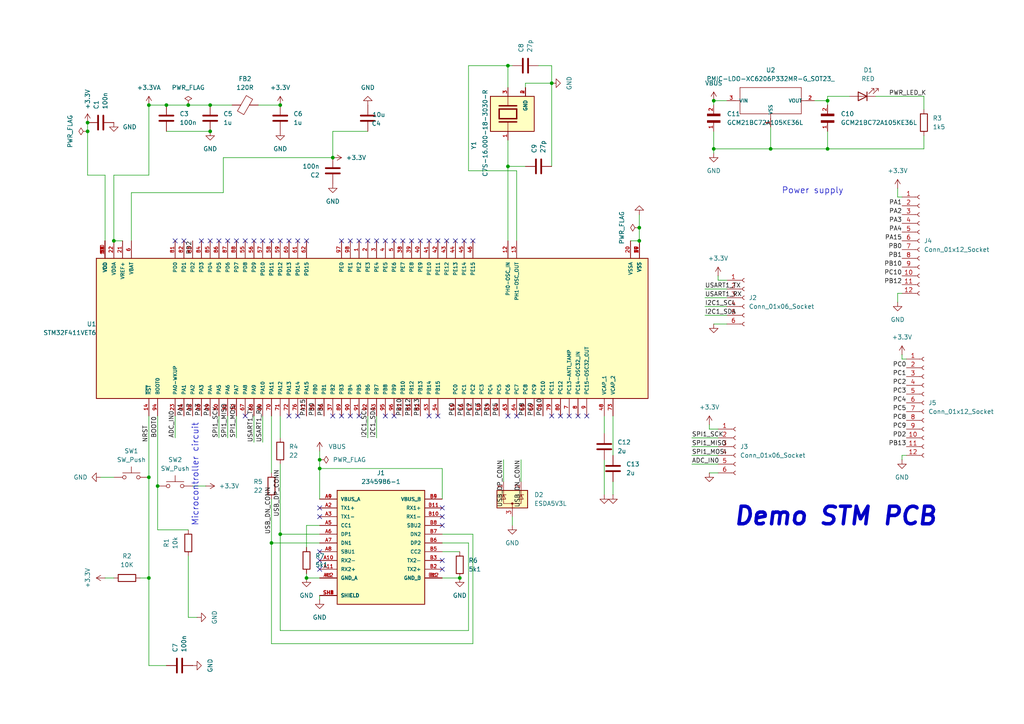
<source format=kicad_sch>
(kicad_sch (version 20250114) (generator "eeschema") (generator_version "9.0")
  (paper "A4")
  (title_block (title "Demo STM PCB") (date "2025-07-26") (rev "0.1"))
  (lib_symbols
    (symbol "2345986-1:2345986-1" (pin_names (offset 1.016))
      (property "Reference" "J" (at -12.7 16.002 0))
      (property "Value" "2345986-1" (at -12.7 -18.542 0))
      (symbol "2345986-1_0_0"
        (pin power_in line (at -17.78 12.7 0) (length 5.08) (name "VBUS_A") (number "A4"))
        (pin power_in line (at -17.78 12.7 0) (length 5.08) (name "VBUS_A") (number "A9"))
        (pin bidirectional line (at -17.78 10.16 0) (length 5.08) (name "TX1+") (number "A2"))
        (pin bidirectional line (at -17.78 7.62 0) (length 5.08) (name "TX1-") (number "A3"))
        (pin bidirectional line (at -17.78 5.08 0) (length 5.08) (name "CC1") (number "A5"))
        (pin bidirectional line (at -17.78 2.54 0) (length 5.08) (name "DP1") (number "A6"))
        (pin bidirectional line (at -17.78 0 0) (length 5.08) (name "DN1") (number "A7"))
        (pin bidirectional line (at -17.78 -2.54 0) (length 5.08) (name "SBU1") (number "A8"))
        (pin bidirectional line (at -17.78 -5.08 0) (length 5.08) (name "RX2-") (number "A10"))
        (pin bidirectional line (at -17.78 -7.62 0) (length 5.08) (name "RX2+") (number "A11"))
        (pin power_in line (at -17.78 -10.16 0) (length 5.08) (name "GND_A") (number "A1"))
        (pin power_in line (at -17.78 -10.16 0) (length 5.08) (name "GND_A") (number "A12"))
        (pin passive line (at -17.78 -15.24 0) (length 5.08) (name "SHIELD") (number "SH1"))
        (pin passive line (at -17.78 -15.24 0) (length 5.08) (name "SHIELD") (number "SH2"))
        (pin passive line (at -17.78 -15.24 0) (length 5.08) (name "SHIELD") (number "SH3"))
        (pin passive line (at -17.78 -15.24 0) (length 5.08) (name "SHIELD") (number "SH4"))
        (pin power_in line (at 17.78 12.7 180) (length 5.08) (name "VBUS_B") (number "B4"))
        (pin power_in line (at 17.78 12.7 180) (length 5.08) (name "VBUS_B") (number "B9"))
        (pin bidirectional line (at 17.78 10.16 180) (length 5.08) (name "RX1+") (number "B11"))
        (pin bidirectional line (at 17.78 7.62 180) (length 5.08) (name "RX1-") (number "B10"))
        (pin bidirectional line (at 17.78 5.08 180) (length 5.08) (name "SBU2") (number "B8"))
        (pin bidirectional line (at 17.78 2.54 180) (length 5.08) (name "DN2") (number "B7"))
        (pin bidirectional line (at 17.78 0 180) (length 5.08) (name "DP2") (number "B6"))
        (pin bidirectional line (at 17.78 -2.54 180) (length 5.08) (name "CC2") (number "B5"))
        (pin bidirectional line (at 17.78 -5.08 180) (length 5.08) (name "TX2-") (number "B3"))
        (pin bidirectional line (at 17.78 -7.62 180) (length 5.08) (name "TX2+") (number "B2"))
        (pin power_in line (at 17.78 -10.16 180) (length 5.08) (name "GND_B") (number "B1"))
        (pin power_in line (at 17.78 -10.16 180) (length 5.08) (name "GND_B") (number "B12"))
      )
    )
    (symbol "C7S-16.000-18-3030-R:C7S-16.000-18-3030-R" (pin_names (offset 1.016))
      (property "Reference" "Y" (at -5.0878 6.3559 0))
      (property "Value" "C7S-16.000-18-3030-R" (at -5.0944 -10.16 0))
      (symbol "C7S-16.000-18-3030-R_0_0"
        (pin passive line (at -7.62 0 0) (length 2.54) (name "~") (number "1"))
        (pin passive line (at 7.62 0 180) (length 2.54) (name "~") (number "3"))
        (pin power_in line (at 7.62 -5.08 180) (length 2.54) (name "GND") (number "2"))
        (pin power_in line (at 7.62 -5.08 180) (length 2.54) (name "GND") (number "4"))
      )
    )
    (symbol "Connector:Conn_01x06_Socket" (pin_names (offset 1.016) (hide yes))
      (property "Reference" "J" (at 0 7.62 0))
      (property "Value" "Conn_01x06_Socket" (at 0 -10.16 0))
      (symbol "Conn_01x06_Socket_1_1"
        (pin passive line (at -5.08 5.08 0) (length 3.81) (name "Pin_1") (number "1"))
        (pin passive line (at -5.08 2.54 0) (length 3.81) (name "Pin_2") (number "2"))
        (pin passive line (at -5.08 0 0) (length 3.81) (name "Pin_3") (number "3"))
        (pin passive line (at -5.08 -2.54 0) (length 3.81) (name "Pin_4") (number "4"))
        (pin passive line (at -5.08 -5.08 0) (length 3.81) (name "Pin_5") (number "5"))
        (pin passive line (at -5.08 -7.62 0) (length 3.81) (name "Pin_6") (number "6"))
      )
    )
    (symbol "Connector:Conn_01x12_Socket" (pin_names (offset 1.016) (hide yes))
      (property "Reference" "J" (at 0 15.24 0))
      (property "Value" "Conn_01x12_Socket" (at 0 -17.78 0))
      (symbol "Conn_01x12_Socket_1_1"
        (pin passive line (at -5.08 12.7 0) (length 3.81) (name "Pin_1") (number "1"))
        (pin passive line (at -5.08 10.16 0) (length 3.81) (name "Pin_2") (number "2"))
        (pin passive line (at -5.08 7.62 0) (length 3.81) (name "Pin_3") (number "3"))
        (pin passive line (at -5.08 5.08 0) (length 3.81) (name "Pin_4") (number "4"))
        (pin passive line (at -5.08 2.54 0) (length 3.81) (name "Pin_5") (number "5"))
        (pin passive line (at -5.08 0 0) (length 3.81) (name "Pin_6") (number "6"))
        (pin passive line (at -5.08 -2.54 0) (length 3.81) (name "Pin_7") (number "7"))
        (pin passive line (at -5.08 -5.08 0) (length 3.81) (name "Pin_8") (number "8"))
        (pin passive line (at -5.08 -7.62 0) (length 3.81) (name "Pin_9") (number "9"))
        (pin passive line (at -5.08 -10.16 0) (length 3.81) (name "Pin_10") (number "10"))
        (pin passive line (at -5.08 -12.7 0) (length 3.81) (name "Pin_11") (number "11"))
        (pin passive line (at -5.08 -15.24 0) (length 3.81) (name "Pin_12") (number "12"))
      )
    )
    (symbol "Device:C" (pin_numbers (hide yes)) (pin_names (offset 0.254))
      (property "Reference" "C" (at 0.635 2.54 0))
      (property "Value" "C" (at 0.635 -2.54 0))
      (symbol "C_1_1"
        (pin passive line (at 0 3.81 270) (length 2.794) (name "~") (number "1"))
        (pin passive line (at 0 -3.81 90) (length 2.794) (name "~") (number "2"))
      )
    )
    (symbol "Device:FerriteBead" (pin_numbers (hide yes)) (pin_names (offset 0))
      (property "Reference" "FB" (at -3.81 0.635 90))
      (property "Value" "FerriteBead" (at 3.81 0 90))
      (symbol "FerriteBead_1_1"
        (pin passive line (at 0 3.81 270) (length 2.54) (name "~") (number "1"))
        (pin passive line (at 0 -3.81 90) (length 2.54) (name "~") (number "2"))
      )
    )
    (symbol "Device:LED" (pin_numbers (hide yes)) (pin_names (offset 1.016) (hide yes))
      (property "Reference" "D" (at 0 2.54 0))
      (property "Value" "LED" (at 0 -2.54 0))
      (symbol "LED_1_1"
        (pin passive line (at -3.81 0 0) (length 2.54) (name "K") (number "1"))
        (pin passive line (at 3.81 0 180) (length 2.54) (name "A") (number "2"))
      )
    )
    (symbol "Device:R" (pin_numbers (hide yes)) (pin_names (offset 0))
      (property "Reference" "R" (at 2.032 0 90))
      (property "Value" "R" (at 0 0 90))
      (symbol "R_1_1"
        (pin passive line (at 0 3.81 270) (length 1.27) (name "~") (number "1"))
        (pin passive line (at 0 -3.81 90) (length 1.27) (name "~") (number "2"))
      )
    )
    (symbol "GCM21BC72A105KE36L:GCM21BC72A105KE36L" (pin_names (offset 1.016))
      (property "Reference" "C" (at 0 3.8109 0))
      (property "Value" "GCM21BC72A105KE36L" (at 0 -5.0885 0))
      (symbol "GCM21BC72A105KE36L_0_0"
        (pin passive line (at -2.54 0 0) (length 2.54) (name "~") (number "1"))
        (pin passive line (at 5.08 0 180) (length 2.54) (name "~") (number "2"))
      )
    )
    (symbol "PMIC-LDO-XC6206P332MR-G_SOT23_:PMIC-LDO-XC6206P332MR-G_SOT23_" (pin_names (offset 1.016))
      (property "Reference" "U" (at -8.8958 5.0833 0))
      (symbol "PMIC-LDO-XC6206P332MR-G_SOT23__0_0"
        (pin input line (at -12.7 0 0) (length 2.54) (name "VIN") (number "3"))
        (pin power_in line (at 0 -7.62 90) (length 2.54) (name "VSS") (number "1"))
        (pin output line (at 12.7 0 180) (length 2.54) (name "VOUT") (number "2"))
      )
    )
    (symbol "Power_Protection:ESDA5V3L" (pin_names (hide yes))
      (property "Reference" "D" (at 5.715 2.54 0))
      (property "Value" "ESDA5V3L" (at 5.715 0.635 0))
      (symbol "ESDA5V3L_0_0"
        (pin passive line (at 0 -5.08 90) (length 2.54) (name "A") (number "3"))
      )
      (symbol "ESDA5V3L_1_1"
        (pin passive line (at -2.54 5.08 270) (length 2.54) (name "K") (number "1"))
        (pin passive line (at 2.54 5.08 270) (length 2.54) (name "K") (number "2"))
      )
    )
    (symbol "STM32F411VET6:STM32F411VET6" (pin_names (offset 1.016))
      (property "Reference" "U" (at -20.574 79.502 0))
      (property "Value" "STM32F411VET6" (at -20.3584 -83.9785 0))
      (symbol "STM32F411VET6_0_0"
        (pin input line (at -25.4 63.5 0) (length 5.08) (name "~{RST}") (number "14"))
        (pin input line (at -25.4 60.96 0) (length 5.08) (name "BOOT0") (number "94"))
        (pin bidirectional line (at -25.4 55.88 0) (length 5.08) (name "PA0-WKUP") (number "23"))
        (pin bidirectional line (at -25.4 53.34 0) (length 5.08) (name "PA1") (number "24"))
        (pin bidirectional line (at -25.4 50.8 0) (length 5.08) (name "PA2") (number "25"))
        (pin bidirectional line (at -25.4 48.26 0) (length 5.08) (name "PA3") (number "26"))
        (pin bidirectional line (at -25.4 45.72 0) (length 5.08) (name "PA4") (number "29"))
        (pin bidirectional line (at -25.4 43.18 0) (length 5.08) (name "PA5") (number "30"))
        (pin bidirectional line (at -25.4 40.64 0) (length 5.08) (name "PA6") (number "31"))
        (pin bidirectional line (at -25.4 38.1 0) (length 5.08) (name "PA7") (number "32"))
        (pin bidirectional line (at -25.4 35.56 0) (length 5.08) (name "PA8") (number "67"))
        (pin bidirectional line (at -25.4 33.02 0) (length 5.08) (name "PA9") (number "68"))
        (pin bidirectional line (at -25.4 30.48 0) (length 5.08) (name "PA10") (number "69"))
        (pin bidirectional line (at -25.4 27.94 0) (length 5.08) (name "PA11") (number "70"))
        (pin bidirectional line (at -25.4 25.4 0) (length 5.08) (name "PA12") (number "71"))
        (pin bidirectional line (at -25.4 22.86 0) (length 5.08) (name "PA13") (number "72"))
        (pin bidirectional line (at -25.4 20.32 0) (length 5.08) (name "PA14") (number "76"))
        (pin bidirectional line (at -25.4 17.78 0) (length 5.08) (name "PA15") (number "77"))
        (pin bidirectional line (at -25.4 15.24 0) (length 5.08) (name "PB0") (number "35"))
        (pin bidirectional line (at -25.4 12.7 0) (length 5.08) (name "PB1") (number "36"))
        (pin bidirectional line (at -25.4 10.16 0) (length 5.08) (name "PB2") (number "37"))
        (pin bidirectional line (at -25.4 7.62 0) (length 5.08) (name "PB3") (number "89"))
        (pin bidirectional line (at -25.4 5.08 0) (length 5.08) (name "PB4") (number "90"))
        (pin bidirectional line (at -25.4 2.54 0) (length 5.08) (name "PB5") (number "91"))
        (pin bidirectional line (at -25.4 0 0) (length 5.08) (name "PB6") (number "92"))
        (pin bidirectional line (at -25.4 -2.54 0) (length 5.08) (name "PB7") (number "93"))
        (pin bidirectional line (at -25.4 -5.08 0) (length 5.08) (name "PB8") (number "95"))
        (pin bidirectional line (at -25.4 -7.62 0) (length 5.08) (name "PB9") (number "96"))
        (pin bidirectional line (at -25.4 -10.16 0) (length 5.08) (name "PB10") (number "47"))
        (pin bidirectional line (at -25.4 -12.7 0) (length 5.08) (name "PB12") (number "51"))
        (pin bidirectional line (at -25.4 -15.24 0) (length 5.08) (name "PB13") (number "52"))
        (pin bidirectional line (at -25.4 -17.78 0) (length 5.08) (name "PB14") (number "53"))
        (pin bidirectional line (at -25.4 -20.32 0) (length 5.08) (name "PB15") (number "54"))
        (pin bidirectional line (at -25.4 -25.4 0) (length 5.08) (name "PC0") (number "15"))
        (pin bidirectional line (at -25.4 -27.94 0) (length 5.08) (name "PC1") (number "16"))
        (pin bidirectional line (at -25.4 -30.48 0) (length 5.08) (name "PC2") (number "17"))
        (pin bidirectional line (at -25.4 -33.02 0) (length 5.08) (name "PC3") (number "18"))
        (pin bidirectional line (at -25.4 -35.56 0) (length 5.08) (name "PC4") (number "33"))
        (pin bidirectional line (at -25.4 -38.1 0) (length 5.08) (name "PC5") (number "34"))
        (pin bidirectional line (at -25.4 -40.64 0) (length 5.08) (name "PC6") (number "63"))
        (pin bidirectional line (at -25.4 -43.18 0) (length 5.08) (name "PC7") (number "64"))
        (pin bidirectional line (at -25.4 -45.72 0) (length 5.08) (name "PC8") (number "65"))
        (pin bidirectional line (at -25.4 -48.26 0) (length 5.08) (name "PC9") (number "66"))
        (pin bidirectional line (at -25.4 -50.8 0) (length 5.08) (name "PC10") (number "78"))
        (pin bidirectional line (at -25.4 -53.34 0) (length 5.08) (name "PC11") (number "79"))
        (pin bidirectional line (at -25.4 -55.88 0) (length 5.08) (name "PC12") (number "80"))
        (pin bidirectional line (at -25.4 -58.42 0) (length 5.08) (name "PC13-ANTI_TAMP") (number "7"))
        (pin bidirectional line (at -25.4 -60.96 0) (length 5.08) (name "PC14-OSC32_IN") (number "8"))
        (pin bidirectional line (at -25.4 -63.5 0) (length 5.08) (name "PC15-OSC32_OUT") (number "9"))
        (pin passive line (at -25.4 -68.58 0) (length 5.08) (name "VCAP_1") (number "48"))
        (pin passive line (at -25.4 -71.12 0) (length 5.08) (name "VCAP_2") (number "73"))
        (pin power_in line (at 25.4 76.2 180) (length 5.08) (name "VDD") (number "100"))
        (pin power_in line (at 25.4 76.2 180) (length 5.08) (name "VDD") (number "11"))
        (pin power_in line (at 25.4 76.2 180) (length 5.08) (name "VDD") (number "19"))
        (pin power_in line (at 25.4 76.2 180) (length 5.08) (name "VDD") (number "28"))
        (pin power_in line (at 25.4 76.2 180) (length 5.08) (name "VDD") (number "50"))
        (pin power_in line (at 25.4 76.2 180) (length 5.08) (name "VDD") (number "75"))
        (pin power_in line (at 25.4 73.66 180) (length 5.08) (name "VDDA") (number "22"))
        (pin power_in line (at 25.4 71.12 180) (length 5.08) (name "VREF+") (number "21"))
        (pin power_in line (at 25.4 68.58 180) (length 5.08) (name "VBAT") (number "6"))
        (pin bidirectional line (at 25.4 55.88 180) (length 5.08) (name "PD0") (number "81"))
        (pin bidirectional line (at 25.4 53.34 180) (length 5.08) (name "PD1") (number "82"))
        (pin bidirectional line (at 25.4 50.8 180) (length 5.08) (name "PD2") (number "83"))
        (pin bidirectional line (at 25.4 48.26 180) (length 5.08) (name "PD3") (number "84"))
        (pin bidirectional line (at 25.4 45.72 180) (length 5.08) (name "PD4") (number "85"))
        (pin bidirectional line (at 25.4 43.18 180) (length 5.08) (name "PD5") (number "86"))
        (pin bidirectional line (at 25.4 40.64 180) (length 5.08) (name "PD6") (number "87"))
        (pin bidirectional line (at 25.4 38.1 180) (length 5.08) (name "PD7") (number "88"))
        (pin bidirectional line (at 25.4 35.56 180) (length 5.08) (name "PD8") (number "55"))
        (pin bidirectional line (at 25.4 33.02 180) (length 5.08) (name "PD9") (number "56"))
        (pin bidirectional line (at 25.4 30.48 180) (length 5.08) (name "PD10") (number "57"))
        (pin bidirectional line (at 25.4 27.94 180) (length 5.08) (name "PD11") (number "58"))
        (pin bidirectional line (at 25.4 25.4 180) (length 5.08) (name "PD12") (number "59"))
        (pin bidirectional line (at 25.4 22.86 180) (length 5.08) (name "PD13") (number "60"))
        (pin bidirectional line (at 25.4 20.32 180) (length 5.08) (name "PD14") (number "61"))
        (pin bidirectional line (at 25.4 17.78 180) (length 5.08) (name "PD15") (number "62"))
        (pin bidirectional line (at 25.4 7.62 180) (length 5.08) (name "PE0") (number "97"))
        (pin bidirectional line (at 25.4 5.08 180) (length 5.08) (name "PE1") (number "98"))
        (pin bidirectional line (at 25.4 2.54 180) (length 5.08) (name "PE2") (number "1"))
        (pin bidirectional line (at 25.4 0 180) (length 5.08) (name "PE3") (number "2"))
        (pin bidirectional line (at 25.4 -2.54 180) (length 5.08) (name "PE4") (number "3"))
        (pin bidirectional line (at 25.4 -5.08 180) (length 5.08) (name "PE5") (number "4"))
        (pin bidirectional line (at 25.4 -7.62 180) (length 5.08) (name "PE6") (number "5"))
        (pin bidirectional line (at 25.4 -10.16 180) (length 5.08) (name "PE7") (number "38"))
        (pin bidirectional line (at 25.4 -12.7 180) (length 5.08) (name "PE8") (number "39"))
        (pin bidirectional line (at 25.4 -15.24 180) (length 5.08) (name "PE9") (number "40"))
        (pin bidirectional line (at 25.4 -17.78 180) (length 5.08) (name "PE10") (number "41"))
        (pin bidirectional line (at 25.4 -20.32 180) (length 5.08) (name "PE11") (number "42"))
        (pin bidirectional line (at 25.4 -22.86 180) (length 5.08) (name "PE12") (number "43"))
        (pin bidirectional line (at 25.4 -25.4 180) (length 5.08) (name "PE13") (number "44"))
        (pin bidirectional line (at 25.4 -27.94 180) (length 5.08) (name "PE14") (number "45"))
        (pin bidirectional line (at 25.4 -30.48 180) (length 5.08) (name "PE15") (number "46"))
        (pin bidirectional line (at 25.4 -40.64 180) (length 5.08) (name "PH0-OSC_IN") (number "12"))
        (pin bidirectional line (at 25.4 -43.18 180) (length 5.08) (name "PH1-OSC_OUT") (number "13"))
        (pin power_in line (at 25.4 -76.2 180) (length 5.08) (name "VSSA") (number "20"))
        (pin power_in line (at 25.4 -78.74 180) (length 5.08) (name "VSS") (number "10"))
        (pin power_in line (at 25.4 -78.74 180) (length 5.08) (name "VSS") (number "27"))
        (pin power_in line (at 25.4 -78.74 180) (length 5.08) (name "VSS") (number "49"))
        (pin power_in line (at 25.4 -78.74 180) (length 5.08) (name "VSS") (number "74"))
        (pin power_in line (at 25.4 -78.74 180) (length 5.08) (name "VSS") (number "99"))
      )
    )
    (symbol "Switch:SW_Push" (pin_numbers (hide yes)) (pin_names (offset 1.016) (hide yes))
      (property "Reference" "SW" (at 1.27 2.54 0))
      (property "Value" "SW_Push" (at 0 -1.524 0))
      (symbol "SW_Push_0_1"
        (pin passive line (at -5.08 0 0) (length 2.54) (name "1") (number "1"))
        (pin passive line (at 5.08 0 180) (length 2.54) (name "2") (number "2"))
      )
    )
    (symbol "power:+3.3V" (power) (pin_numbers (hide yes)) (pin_names (offset 0) (hide yes))
      (property "Value" "+3.3V" (at 0 3.556 0))
      (symbol "+3.3V_1_1"
        (pin power_in line (at 0 0 90) (length 0) (name "~") (number "1"))
      )
    )
    (symbol "power:+3.3VA" (power) (pin_numbers (hide yes)) (pin_names (offset 0) (hide yes))
      (property "Value" "+3.3VA" (at 0 3.556 0))
      (symbol "+3.3VA_1_1"
        (pin power_in line (at 0 0 90) (length 0) (name "~") (number "1"))
      )
    )
    (symbol "power:GND" (power) (pin_numbers (hide yes)) (pin_names (offset 0) (hide yes))
      (property "Value" "GND" (at 0 -3.81 0))
      (symbol "GND_1_1"
        (pin power_in line (at 0 0 270) (length 0) (name "~") (number "1"))
      )
    )
    (symbol "power:PWR_FLAG" (power) (pin_numbers (hide yes)) (pin_names (offset 0) (hide yes))
      (property "Value" "PWR_FLAG" (at 0 3.81 0))
      (symbol "PWR_FLAG_0_0"
        (pin power_out line (at 0 0 90) (length 0) (name "~") (number "1"))
      )
    )
    (symbol "power:VBUS" (power) (pin_numbers (hide yes)) (pin_names (offset 0) (hide yes))
      (property "Value" "VBUS" (at 0 3.556 0))
      (symbol "VBUS_1_1"
        (pin power_in line (at 0 0 90) (length 0) (name "~") (number "1"))
      )
    )
  )
  (text "Power supply\n" (at 235.712 55.372 0) (effects (font (size 1.778 1.778))))
  (text "Microcontroller circuit" (at 56.642 137.668 90) (effects (font (size 1.778 1.778))))
  (text "Demo STM PCB" (at 242.316 149.86 0) (effects (font (size 5.08 5.08) (thickness 1.016) (bold yes) (italic yes))))
  (junction (at 25.4 38.1))
  (junction (at 48.26 30.48))
  (junction (at 33.02 69.85))
  (junction (at 223.52 43.18))
  (junction (at 147.32 48.26))
  (junction (at 92.71 133.35))
  (junction (at 160.02 24.13))
  (junction (at 60.96 30.48))
  (junction (at 147.32 19.05))
  (junction (at 240.03 29.21))
  (junction (at 54.61 30.48))
  (junction (at 25.4 35.56))
  (junction (at 96.52 45.72))
  (junction (at 43.18 138.43))
  (junction (at 43.18 30.48))
  (junction (at 43.18 167.64))
  (junction (at 185.42 66.04))
  (junction (at 45.72 140.97))
  (junction (at 81.28 154.94))
  (junction (at 133.35 167.64))
  (junction (at 240.03 43.18))
  (junction (at 92.71 135.89))
  (junction (at 185.42 69.85))
  (junction (at 60.96 38.1))
  (junction (at 207.01 43.18))
  (junction (at 81.28 30.48))
  (junction (at 78.74 157.48))
  (junction (at 88.9 167.64))
  (junction (at 207.01 29.21))
  (no_connect (at 106.68 69.85))
  (no_connect (at 68.58 69.85))
  (no_connect (at 78.74 69.85))
  (no_connect (at 76.2 69.85))
  (no_connect (at 104.14 69.85))
  (no_connect (at 111.76 69.85))
  (no_connect (at 128.27 165.1))
  (no_connect (at 92.71 149.86))
  (no_connect (at 92.71 160.02))
  (no_connect (at 109.22 69.85))
  (no_connect (at 53.34 69.85))
  (no_connect (at 111.76 120.65))
  (no_connect (at 99.06 120.65))
  (no_connect (at 60.96 69.85))
  (no_connect (at 101.6 69.85))
  (no_connect (at 162.56 120.65))
  (no_connect (at 127 69.85))
  (no_connect (at 137.16 69.85))
  (no_connect (at 92.71 147.32))
  (no_connect (at 149.86 120.65))
  (no_connect (at 83.82 120.65))
  (no_connect (at 124.46 69.85))
  (no_connect (at 132.08 69.85))
  (no_connect (at 86.36 69.85))
  (no_connect (at 73.66 69.85))
  (no_connect (at 83.82 69.85))
  (no_connect (at 128.27 152.4))
  (no_connect (at 165.1 120.65))
  (no_connect (at 99.06 69.85))
  (no_connect (at 160.02 120.65))
  (no_connect (at 167.64 120.65))
  (no_connect (at 128.27 162.56))
  (no_connect (at 124.46 120.65))
  (no_connect (at 170.18 120.65))
  (no_connect (at 129.54 69.85))
  (no_connect (at 127 120.65))
  (no_connect (at 134.62 69.85))
  (no_connect (at 66.04 69.85))
  (no_connect (at 81.28 69.85))
  (no_connect (at 50.8 69.85))
  (no_connect (at 128.27 149.86))
  (no_connect (at 88.9 69.85))
  (no_connect (at 96.52 120.65))
  (no_connect (at 128.27 147.32))
  (no_connect (at 92.71 165.1))
  (no_connect (at 104.14 120.65))
  (no_connect (at 114.3 69.85))
  (no_connect (at 119.38 69.85))
  (no_connect (at 114.3 120.65))
  (no_connect (at 121.92 69.85))
  (no_connect (at 101.6 120.65))
  (no_connect (at 58.42 69.85))
  (no_connect (at 71.12 69.85))
  (no_connect (at 86.36 120.65))
  (no_connect (at 71.12 120.65))
  (no_connect (at 63.5 69.85))
  (no_connect (at 147.32 120.65))
  (no_connect (at 92.71 162.56))
  (no_connect (at 116.84 69.85))
  (wire (pts (xy 223.52 36.83) (xy 223.52 43.18)))
  (wire (pts (xy 204.47 88.9) (xy 210.82 88.9)))
  (wire (pts (xy 60.96 30.48) (xy 67.31 30.48)))
  (wire (pts (xy 30.48 167.64) (xy 33.02 167.64)))
  (wire (pts (xy 207.01 38.1) (xy 207.01 43.18)))
  (wire (pts (xy 137.16 154.94) (xy 137.16 186.69)))
  (wire (pts (xy 135.89 19.05) (xy 147.32 19.05)))
  (wire (pts (xy 92.71 154.94) (xy 81.28 154.94)))
  (wire (pts (xy 147.32 48.26) (xy 152.4 48.26)))
  (wire (pts (xy 160.02 19.05) (xy 160.02 24.13)))
  (wire (pts (xy 48.26 30.48) (xy 54.61 30.48)))
  (wire (pts (xy 207.01 29.21) (xy 207.01 30.48)))
  (wire (pts (xy 236.22 29.21) (xy 240.03 29.21)))
  (wire (pts (xy 96.52 38.1) (xy 96.52 45.72)))
  (wire (pts (xy 88.9 166.37) (xy 88.9 167.64)))
  (wire (pts (xy 207.01 43.18) (xy 207.01 44.45)))
  (wire (pts (xy 33.02 69.85) (xy 35.56 69.85)))
  (wire (pts (xy 92.71 130.81) (xy 92.71 133.35)))
  (wire (pts (xy 147.32 69.85) (xy 147.32 48.26)))
  (wire (pts (xy 128.27 135.89) (xy 92.71 135.89)))
  (wire (pts (xy 92.71 152.4) (xy 88.9 152.4)))
  (wire (pts (xy 25.4 50.8) (xy 25.4 38.1)))
  (wire (pts (xy 109.22 120.65) (xy 109.22 127)))
  (wire (pts (xy 223.52 43.18) (xy 207.01 43.18)))
  (wire (pts (xy 43.18 167.64) (xy 43.18 138.43)))
  (wire (pts (xy 261.62 57.15) (xy 260.35 57.15)))
  (wire (pts (xy 210.82 29.21) (xy 207.01 29.21)))
  (wire (pts (xy 106.68 120.65) (xy 106.68 127)))
  (wire (pts (xy 78.74 120.65) (xy 78.74 137.16)))
  (wire (pts (xy 45.72 140.97) (xy 45.72 120.65)))
  (wire (pts (xy 54.61 30.48) (xy 60.96 30.48)))
  (wire (pts (xy 81.28 120.65) (xy 81.28 127)))
  (wire (pts (xy 92.71 133.35) (xy 92.71 135.89)))
  (wire (pts (xy 43.18 193.04) (xy 43.18 167.64)))
  (wire (pts (xy 261.62 132.08) (xy 261.62 133.35)))
  (wire (pts (xy 160.02 48.26) (xy 160.02 24.13)))
  (wire (pts (xy 33.02 50.8) (xy 33.02 69.85)))
  (wire (pts (xy 78.74 186.69) (xy 78.74 157.48)))
  (wire (pts (xy 205.74 137.16) (xy 208.28 137.16)))
  (wire (pts (xy 43.18 30.48) (xy 43.18 50.8)))
  (wire (pts (xy 185.42 66.04) (xy 185.42 62.23)))
  (wire (pts (xy 45.72 153.67) (xy 45.72 140.97)))
  (wire (pts (xy 254 27.94) (xy 267.97 27.94)))
  (wire (pts (xy 38.1 69.85) (xy 38.1 55.88)))
  (wire (pts (xy 48.26 38.1) (xy 60.96 38.1)))
  (wire (pts (xy 208.28 81.28) (xy 210.82 81.28)))
  (wire (pts (xy 240.03 29.21) (xy 240.03 30.48)))
  (wire (pts (xy 43.18 138.43) (xy 43.18 120.65)))
  (wire (pts (xy 54.61 161.29) (xy 54.61 179.07)))
  (wire (pts (xy 185.42 69.85) (xy 185.42 66.04)))
  (wire (pts (xy 267.97 43.18) (xy 240.03 43.18)))
  (wire (pts (xy 50.8 120.65) (xy 50.8 127)))
  (wire (pts (xy 205.74 124.46) (xy 208.28 124.46)))
  (wire (pts (xy 152.4 24.13) (xy 160.02 24.13)))
  (wire (pts (xy 43.18 30.48) (xy 48.26 30.48)))
  (wire (pts (xy 66.04 120.65) (xy 66.04 127)))
  (wire (pts (xy 208.28 80.01) (xy 208.28 81.28)))
  (wire (pts (xy 240.03 27.94) (xy 246.38 27.94)))
  (wire (pts (xy 147.32 25.4) (xy 147.32 19.05)))
  (wire (pts (xy 204.47 86.36) (xy 210.82 86.36)))
  (wire (pts (xy 177.8 120.65) (xy 177.8 132.08)))
  (wire (pts (xy 267.97 39.37) (xy 267.97 43.18)))
  (wire (pts (xy 205.74 123.19) (xy 205.74 124.46)))
  (wire (pts (xy 78.74 157.48) (xy 78.74 144.78)))
  (wire (pts (xy 149.86 49.53) (xy 135.89 49.53)))
  (wire (pts (xy 128.27 160.02) (xy 133.35 160.02)))
  (wire (pts (xy 207.01 93.98) (xy 210.82 93.98)))
  (wire (pts (xy 74.93 30.48) (xy 81.28 30.48)))
  (wire (pts (xy 240.03 27.94) (xy 240.03 29.21)))
  (wire (pts (xy 73.66 120.65) (xy 73.66 128.27)))
  (wire (pts (xy 267.97 27.94) (xy 267.97 31.75)))
  (wire (pts (xy 43.18 193.04) (xy 48.26 193.04)))
  (wire (pts (xy 204.47 91.44) (xy 210.82 91.44)))
  (wire (pts (xy 240.03 43.18) (xy 223.52 43.18)))
  (wire (pts (xy 152.4 25.4) (xy 152.4 24.13)))
  (wire (pts (xy 29.21 138.43) (xy 33.02 138.43)))
  (wire (pts (xy 182.88 69.85) (xy 185.42 69.85)))
  (wire (pts (xy 260.35 57.15) (xy 260.35 54.61)))
  (wire (pts (xy 88.9 167.64) (xy 92.71 167.64)))
  (wire (pts (xy 149.86 69.85) (xy 149.86 49.53)))
  (wire (pts (xy 128.27 167.64) (xy 133.35 167.64)))
  (wire (pts (xy 128.27 144.78) (xy 128.27 135.89)))
  (wire (pts (xy 151.13 133.35) (xy 151.13 139.7)))
  (wire (pts (xy 68.58 120.65) (xy 68.58 127)))
  (wire (pts (xy 261.62 85.09) (xy 260.35 85.09)))
  (wire (pts (xy 45.72 153.67) (xy 54.61 153.67)))
  (wire (pts (xy 135.89 157.48) (xy 135.89 182.88)))
  (wire (pts (xy 200.66 129.54) (xy 208.28 129.54)))
  (wire (pts (xy 261.62 104.14) (xy 261.62 102.87)))
  (wire (pts (xy 200.66 134.62) (xy 208.28 134.62)))
  (wire (pts (xy 148.59 149.86) (xy 148.59 152.4)))
  (wire (pts (xy 64.77 45.72) (xy 96.52 45.72)))
  (wire (pts (xy 81.28 134.62) (xy 81.28 154.94)))
  (wire (pts (xy 88.9 152.4) (xy 88.9 158.75)))
  (wire (pts (xy 64.77 55.88) (xy 64.77 45.72)))
  (wire (pts (xy 55.88 140.97) (xy 59.69 140.97)))
  (wire (pts (xy 262.89 104.14) (xy 261.62 104.14)))
  (wire (pts (xy 128.27 157.48) (xy 135.89 157.48)))
  (wire (pts (xy 175.26 133.35) (xy 175.26 143.51)))
  (wire (pts (xy 262.89 132.08) (xy 261.62 132.08)))
  (wire (pts (xy 240.03 38.1) (xy 240.03 43.18)))
  (wire (pts (xy 40.64 167.64) (xy 43.18 167.64)))
  (wire (pts (xy 76.2 120.65) (xy 76.2 128.27)))
  (wire (pts (xy 38.1 55.88) (xy 64.77 55.88)))
  (wire (pts (xy 63.5 120.65) (xy 63.5 127)))
  (wire (pts (xy 92.71 135.89) (xy 92.71 144.78)))
  (wire (pts (xy 204.47 83.82) (xy 210.82 83.82)))
  (wire (pts (xy 200.66 132.08) (xy 208.28 132.08)))
  (wire (pts (xy 200.66 127) (xy 208.28 127)))
  (wire (pts (xy 30.48 50.8) (xy 25.4 50.8)))
  (wire (pts (xy 81.28 182.88) (xy 135.89 182.88)))
  (wire (pts (xy 78.74 157.48) (xy 92.71 157.48)))
  (wire (pts (xy 147.32 48.26) (xy 147.32 40.64)))
  (wire (pts (xy 92.71 172.72) (xy 92.71 173.99)))
  (wire (pts (xy 43.18 50.8) (xy 33.02 50.8)))
  (wire (pts (xy 177.8 139.7) (xy 177.8 143.51)))
  (wire (pts (xy 25.4 38.1) (xy 25.4 35.56)))
  (wire (pts (xy 128.27 154.94) (xy 137.16 154.94)))
  (wire (pts (xy 30.48 50.8) (xy 30.48 69.85)))
  (wire (pts (xy 81.28 154.94) (xy 81.28 182.88)))
  (wire (pts (xy 260.35 85.09) (xy 260.35 87.63)))
  (wire (pts (xy 175.26 120.65) (xy 175.26 125.73)))
  (wire (pts (xy 146.05 133.35) (xy 146.05 139.7)))
  (wire (pts (xy 57.15 179.07) (xy 54.61 179.07)))
  (wire (pts (xy 135.89 49.53) (xy 135.89 19.05)))
  (wire (pts (xy 106.68 38.1) (xy 96.52 38.1)))
  (wire (pts (xy 147.32 19.05) (xy 148.59 19.05)))
  (wire (pts (xy 137.16 186.69) (xy 78.74 186.69)))
  (wire (pts (xy 156.21 19.05) (xy 160.02 19.05)))
  (label "PWR_LED_K" (at 257.81 27.94 0))
  (label "I2C1_SCL" (at 204.47 88.9 0))
  (label "ADC_IN0" (at 200.66 134.62 0))
  (label "USB_DP_CONN" (at 146.05 133.35 270))
  (label "PD2" (at 262.89 127 180))
  (label "SPI1_MOSI" (at 68.58 127 90))
  (label "PB13" (at 121.92 120.65 90))
  (label "USB_DP_CONN" (at 81.28 149.86 90))
  (label "SPI1_SCK" (at 200.66 127 0))
  (label "PA1" (at 261.62 59.69 180))
  (label "USB_DN_CONN" (at 151.13 133.35 270))
  (label "SPI1_MOSI" (at 200.66 132.08 0))
  (label "PA2" (at 55.88 120.65 90))
  (label "SPI1_MISO" (at 66.04 127 90))
  (label "PB0" (at 91.44 120.65 90))
  (label "I2C1_SDA" (at 109.22 127 90))
  (label "PA15" (at 261.62 69.85 180))
  (label "PB12" (at 119.38 120.65 90))
  (label "PC5" (at 262.89 119.38 180))
  (label "USART1_TX" (at 204.47 83.82 0))
  (label "PC2" (at 137.16 120.65 90))
  (label "NRST" (at 43.18 128.27 90))
  (label "BOOT0" (at 45.72 127 90))
  (label "PC10" (at 261.62 80.01 180))
  (label "PA15" (at 88.9 120.65 90))
  (label "USB_DN_CONN" (at 78.74 154.94 90))
  (label "PA4" (at 60.96 120.65 90))
  (label "USART1_RX" (at 204.47 86.36 0))
  (label "PC9" (at 154.94 120.65 90))
  (label "PC2" (at 262.89 111.76 180))
  (label "PB0" (at 261.62 72.39 180))
  (label "PC5" (at 144.78 120.65 90))
  (label "USART1_RX" (at 76.2 128.27 90))
  (label "PA1" (at 53.34 120.65 90))
  (label "PD2" (at 55.88 69.85 270))
  (label "PC1" (at 262.89 109.22 180))
  (label "PC4" (at 142.24 120.65 90))
  (label "USART1_TX" (at 73.66 128.27 90))
  (label "PA3" (at 261.62 64.77 180))
  (label "SPI1_MISO" (at 200.66 129.54 0))
  (label "PB1" (at 261.62 74.93 180))
  (label "PC9" (at 262.89 124.46 180))
  (label "PB10" (at 116.84 120.65 90))
  (label "PC0" (at 132.08 120.65 90))
  (label "I2C1_SDA" (at 204.47 91.44 0))
  (label "PC3" (at 262.89 114.3 180))
  (label "PA3" (at 58.42 120.65 90))
  (label "ADC_IN0" (at 50.8 127 90))
  (label "PB12" (at 261.62 82.55 180))
  (label "PA4" (at 261.62 67.31 180))
  (label "PC4" (at 262.89 116.84 180))
  (label "I2C1_SCL" (at 106.68 127 90))
  (label "PB1" (at 93.98 120.65 90))
  (label "PC1" (at 134.62 120.65 90))
  (label "PC0" (at 262.89 106.68 180))
  (label "SPI1_SCK" (at 63.5 127 90))
  (label "PA2" (at 261.62 62.23 180))
  (label "PB13" (at 262.89 129.54 180))
  (label "PC3" (at 139.7 120.65 90))
  (label "PB10" (at 261.62 77.47 180))
  (label "PC10" (at 157.48 120.65 90))
  (label "PC8" (at 262.89 121.92 180))
  (label "PC8" (at 152.4 120.65 90))
  (symbol (lib_id "Device:R") (at 78.74 140.97 0) (mirror y) (unit 1)
    (property "Reference" "R5" (at 76.2 139.6999 0) (effects (justify left)))
    (property "Value" "22" (at 76.2 142.2399 0) (effects (justify left)))
    (property "Footprint" "Resistor_SMD:R_0603_1608Metric" (effects (hide yes)))
    (property "Description" "Resistor" (effects (hide yes)))
  )
  (symbol (lib_id "power:GND") (at 148.59 152.4 0) (unit 1)
    (property "Reference" "#PWR033" (effects (hide yes)))
    (property "Value" "GND" (at 148.59 157.48 0))
    (property "Description" "Power symbol creates a global label with name \"GND\" , ground" (effects (hide yes)))
  )
  (symbol (lib_id "power:+3.3VA") (at 43.18 30.48 0) (unit 1)
    (property "Reference" "#PWR08" (effects (hide yes)))
    (property "Value" "+3.3VA" (at 43.18 25.4 0))
    (property "Description" "Power symbol creates a global label with name \"+3.3VA\"" (effects (hide yes)))
  )
  (symbol (lib_id "Device:C") (at 152.4 19.05 90) (unit 1)
    (property "Reference" "C8" (at 151.1299 15.24 0) (effects (justify left)))
    (property "Value" "27p" (at 153.6699 15.24 0) (effects (justify left)))
    (property "Footprint" "Capacitor_SMD:C_0402_1005Metric" (effects (hide yes)))
    (property "Description" "Unpolarized capacitor" (effects (hide yes)))
  )
  (symbol (lib_id "power:VBUS") (at 92.71 130.81 0) (unit 1)
    (property "Reference" "#PWR016" (effects (hide yes)))
    (property "Value" "VBUS" (at 95.25 129.5399 0) (effects (justify left)))
    (property "Description" "Power symbol creates a global label with name \"VBUS\"" (effects (hide yes)))
  )
  (symbol (lib_id "GCM21BC72A105KE36L:GCM21BC72A105KE36L") (at 240.03 35.56 90) (unit 1)
    (property "Reference" "C10" (at 243.84 33.0199 90) (effects (justify right)))
    (property "Value" "GCM21BC72A105KE36L" (at 243.84 35.5599 90) (effects (justify right)))
    (property "Footprint" "GCM21BC72A105KE36L:CAPC2012X145N" (effects (hide yes)))
    (property "MF" "Murata" (effects (hide yes)))
    (property "Description_1" "SMD Capacitor X7S(EIA) with Capacitance: 1.0uF Tol. 10%. Rated Voltage: 100Vdc" (effects (hide yes)))
    (property "Package" "2012 Murata" (effects (hide yes)))
    (property "Price" "None" (effects (hide yes)))
    (property "SnapEDA_Link" "https://www.snapeda.com/parts/GCM21BC72A105KE36L/Murata/view-part/?ref=snap" (effects (hide yes)))
    (property "MP" "GCM21BC72A105KE36L" (effects (hide yes)))
    (property "Availability" "In Stock" (effects (hide yes)))
    (property "Check_prices" "https://www.snapeda.com/parts/GCM21BC72A105KE36L/Murata/view-part/?ref=eda" (effects (hide yes)))
  )
  (symbol (lib_id "GCM21BC72A105KE36L:GCM21BC72A105KE36L") (at 207.01 35.56 90) (unit 1)
    (property "Reference" "C11" (at 210.82 33.0199 90) (effects (justify right)))
    (property "Value" "GCM21BC72A105KE36L" (at 210.82 35.5599 90) (effects (justify right)))
    (property "Footprint" "GCM21BC72A105KE36L:CAPC2012X145N" (effects (hide yes)))
    (property "MF" "Murata" (effects (hide yes)))
    (property "Description_1" "SMD Capacitor X7S(EIA) with Capacitance: 1.0uF Tol. 10%. Rated Voltage: 100Vdc" (effects (hide yes)))
    (property "Package" "2012 Murata" (effects (hide yes)))
    (property "Price" "None" (effects (hide yes)))
    (property "SnapEDA_Link" "https://www.snapeda.com/parts/GCM21BC72A105KE36L/Murata/view-part/?ref=snap" (effects (hide yes)))
    (property "MP" "GCM21BC72A105KE36L" (effects (hide yes)))
    (property "Availability" "In Stock" (effects (hide yes)))
    (property "Check_prices" "https://www.snapeda.com/parts/GCM21BC72A105KE36L/Murata/view-part/?ref=eda" (effects (hide yes)))
  )
  (symbol (lib_id "power:+3.3V") (at 208.28 80.01 0) (unit 1)
    (property "Reference" "#PWR015" (effects (hide yes)))
    (property "Value" "+3.3V" (at 208.28 74.93 0))
    (property "Description" "Power symbol creates a global label with name \"+3.3V\"" (effects (hide yes)))
  )
  (symbol (lib_id "Connector:Conn_01x12_Socket") (at 267.97 116.84 0) (unit 1)
    (property "Reference" "J5" (at 269.24 116.8399 0) (effects (justify left)))
    (property "Value" "Conn_01x12_Socket" (at 269.24 119.3799 0) (effects (justify left)))
    (property "Footprint" "Connector_PinSocket_2.54mm:PinSocket_1x12_P2.54mm_Vertical" (effects (hide yes)))
    (property "Description" "Generic connector, single row, 01x12, script generated" (effects (hide yes)))
  )
  (symbol (lib_id "power:PWR_FLAG") (at 54.61 30.48 0) (unit 1)
    (property "Reference" "#FLG01" (effects (hide yes)))
    (property "Value" "PWR_FLAG" (at 54.61 25.4 0))
    (property "Description" "Special symbol for telling ERC where power comes from" (effects (hide yes)))
  )
  (symbol (lib_id "STM32F411VET6:STM32F411VET6") (at 106.68 95.25 90) (unit 1)
    (property "Reference" "U1" (at 27.94 93.9799 90) (effects (justify left)))
    (property "Value" "STM32F411VET6" (at 27.94 96.5199 90) (effects (justify left)))
    (property "Footprint" "STM32F411VET6:QFP50P1600X1600X160-100N" (effects (hide yes)))
    (property "MF" "STMicroelectronics" (effects (hide yes)))
    (property "Description_1" "ARM® Cortex®-M4 STM32F4 Microcontroller IC 32-Bit Single-Core 100MHz 512KB (512K x 8) FLASH 100-LQFP (14x14)" (effects (hide yes)))
    (property "Package" "LQFP-100 STMicroelectronics" (effects (hide yes)))
    (property "Price" "None" (effects (hide yes)))
    (property "Check_prices" "https://www.snapeda.com/parts/STM32F411VET6/STMicroelectronics/view-part/?ref=eda" (effects (hide yes)))
    (property "STANDARD" "IPC 7351B" (effects (hide yes)))
    (property "PARTREV" "7" (effects (hide yes)))
    (property "SnapEDA_Link" "https://www.snapeda.com/parts/STM32F411VET6/STMicroelectronics/view-part/?ref=snap" (effects (hide yes)))
    (property "MP" "STM32F411VET6" (effects (hide yes)))
    (property "Availability" "In Stock" (effects (hide yes)))
    (property "MANUFACTURER" "ST MICROELECTRONICS" (effects (hide yes)))
  )
  (symbol (lib_id "power:GND") (at 185.42 62.23 180) (unit 1)
    (property "Reference" "#PWR01" (effects (hide yes)))
    (property "Value" "GND" (effects (hide yes)))
    (property "Description" "Power symbol creates a global label with name \"GND\" , ground" (effects (hide yes)))
  )
  (symbol (lib_id "power:GND") (at 33.02 35.56 0) (unit 1)
    (property "Reference" "#PWR04" (effects (hide yes)))
    (property "Value" "GND" (at 35.56 36.8299 0) (effects (justify left)))
    (property "Description" "Power symbol creates a global label with name \"GND\" , ground" (effects (hide yes)))
  )
  (symbol (lib_id "power:GND") (at 261.62 133.35 0) (unit 1)
    (property "Reference" "#PWR030" (effects (hide yes)))
    (property "Value" "GND" (at 261.62 138.43 0))
    (property "Description" "Power symbol creates a global label with name \"GND\" , ground" (effects (hide yes)))
  )
  (symbol (lib_id "power:GND") (at 29.21 138.43 270) (unit 1)
    (property "Reference" "#PWR031" (effects (hide yes)))
    (property "Value" "GND" (at 25.4 138.4299 90) (effects (justify right)))
    (property "Description" "Power symbol creates a global label with name \"GND\" , ground" (effects (hide yes)))
  )
  (symbol (lib_id "power:GND") (at 96.52 53.34 0) (unit 1)
    (property "Reference" "#PWR05" (effects (hide yes)))
    (property "Value" "GND" (at 96.52 58.42 0))
    (property "Description" "Power symbol creates a global label with name \"GND\" , ground" (effects (hide yes)))
  )
  (symbol (lib_id "C7S-16.000-18-3030-R:C7S-16.000-18-3030-R") (at 147.32 33.02 90) (unit 1)
    (property "Reference" "Y1" (at 137.414 42.164 0))
    (property "Value" "C7S-16.000-18-3030-R" (at 140.716 38.608 0))
    (property "Footprint" "C7S-16.000-18-3030-R:XTAL_C7S-16.000-18-3030-R" (effects (hide yes)))
    (property "MF" "Aker Technology USA" (effects (hide yes)))
    (property "MAXIMUM_PACKAGE_HEIGHT" "1.1 mm" (effects (hide yes)))
    (property "Package" "SMD-4 AKER" (effects (hide yes)))
    (property "Price" "None" (effects (hide yes)))
    (property "Check_prices" "https://www.snapeda.com/parts/C7S-16.000-18-3030-R/Aker/view-part/?ref=eda" (effects (hide yes)))
    (property "STANDARD" "Manufacturer Recommendations" (effects (hide yes)))
    (property "PARTREV" "N/A" (effects (hide yes)))
    (property "SnapEDA_Link" "https://www.snapeda.com/parts/C7S-16.000-18-3030-R/Aker/view-part/?ref=snap" (effects (hide yes)))
    (property "MP" "C7S-16.000-18-3030-R" (effects (hide yes)))
    (property "Description_1" "16 MHz ±30ppm Crystal 18pF 30 Ohms 4-SMD, No Lead" (effects (hide yes)))
    (property "Availability" "In Stock" (effects (hide yes)))
    (property "MANUFACTURER" "AKER TECHNOLOGY USA" (effects (hide yes)))
  )
  (symbol (lib_id "power:+3.3V") (at 81.28 30.48 0) (unit 1)
    (property "Reference" "#PWR011" (effects (hide yes)))
    (property "Value" "+3.3V" (at 81.28 25.4 0))
    (property "Description" "Power symbol creates a global label with name \"+3.3V\"" (effects (hide yes)))
  )
  (symbol (lib_id "power:GND") (at 160.02 24.13 90) (unit 1)
    (property "Reference" "#PWR014" (effects (hide yes)))
    (property "Value" "GND" (at 165.1 24.13 0))
    (property "Description" "Power symbol creates a global label with name \"GND\" , ground" (effects (hide yes)))
  )
  (symbol (lib_id "power:PWR_FLAG") (at 185.42 66.04 90) (unit 1)
    (property "Reference" "#FLG02" (effects (hide yes)))
    (property "Value" "PWR_FLAG" (at 180.34 66.04 0))
    (property "Description" "Special symbol for telling ERC where power comes from" (effects (hide yes)))
  )
  (symbol (lib_id "Device:R") (at 267.97 35.56 0) (unit 1)
    (property "Reference" "R3" (at 270.51 34.2899 0) (effects (justify left)))
    (property "Value" "1k5" (at 270.51 36.8299 0) (effects (justify left)))
    (property "Footprint" "Resistor_SMD:R_0603_1608Metric" (effects (hide yes)))
    (property "Description" "Resistor" (effects (hide yes)))
  )
  (symbol (lib_id "Device:R") (at 133.35 163.83 0) (unit 1)
    (property "Reference" "R6" (at 135.89 162.5599 0) (effects (justify left)))
    (property "Value" "5k1" (at 135.89 165.0999 0) (effects (justify left)))
    (property "Footprint" "Resistor_SMD:R_0603_1608Metric" (effects (hide yes)))
    (property "Description" "Resistor" (effects (hide yes)))
  )
  (symbol (lib_id "Power_Protection:ESDA5V3L") (at 148.59 144.78 0) (unit 1)
    (property "Reference" "D2" (at 154.94 143.5099 0) (effects (justify left)))
    (property "Value" "ESDA5V3L" (at 154.94 146.0499 0) (effects (justify left)))
    (property "Footprint" "Package_TO_SOT_SMD:SOT-23-3" (effects (hide yes)))
    (property "Datasheet" "https://www.st.com/resource/en/datasheet/esdal.pdf" (effects (hide yes)))
    (property "Description" "TVS Diode Array, 5.5V Standoff, 2 Channels, SOT23" (effects (hide yes)))
  )
  (symbol (lib_id "power:GND") (at 175.26 143.51 0) (unit 1)
    (property "Reference" "#PWR026" (effects (hide yes)))
    (property "Value" "GND" (effects (hide yes)))
    (property "Description" "Power symbol creates a global label with name \"GND\" , ground" (effects (hide yes)))
  )
  (symbol (lib_id "power:GND") (at 207.01 93.98 0) (unit 1)
    (property "Reference" "#PWR023" (effects (hide yes)))
    (property "Value" "GND" (effects (hide yes)))
    (property "Description" "Power symbol creates a global label with name \"GND\" , ground" (effects (hide yes)))
  )
  (symbol (lib_id "Device:C") (at 52.07 193.04 270) (unit 1)
    (property "Reference" "C7" (at 50.7999 189.23 0) (effects (justify right)))
    (property "Value" "100n" (at 53.3399 189.23 0) (effects (justify right)))
    (property "Footprint" "Capacitor_SMD:C_0603_1608Metric" (effects (hide yes)))
    (property "Description" "Unpolarized capacitor" (effects (hide yes)))
  )
  (symbol (lib_id "Switch:SW_Push") (at 50.8 140.97 0) (unit 1)
    (property "Reference" "SW2" (at 50.8 133.35 0))
    (property "Value" "SW_Push" (at 50.8 135.89 0))
    (property "Footprint" "Button_Switch_THT:SW_PUSH_6mm_H9.5mm" (effects (hide yes)))
    (property "Description" "Push button switch, generic, two pins" (effects (hide yes)))
  )
  (symbol (lib_id "Connector:Conn_01x12_Socket") (at 266.7 69.85 0) (unit 1)
    (property "Reference" "J4" (at 267.97 69.8499 0) (effects (justify left)))
    (property "Value" "Conn_01x12_Socket" (at 267.97 72.3899 0) (effects (justify left)))
    (property "Footprint" "Connector_PinSocket_2.54mm:PinSocket_1x12_P2.54mm_Vertical" (effects (hide yes)))
    (property "Description" "Generic connector, single row, 01x12, script generated" (effects (hide yes)))
  )
  (symbol (lib_id "Device:C") (at 177.8 135.89 0) (unit 1)
    (property "Reference" "C13" (at 181.61 134.6199 0) (effects (justify left)))
    (property "Value" "2u" (at 181.61 137.1599 0) (effects (justify left)))
    (property "Footprint" "Capacitor_SMD:C_0603_1608Metric" (effects (hide yes)))
    (property "Description" "Unpolarized capacitor" (effects (hide yes)))
  )
  (symbol (lib_id "power:+3.3V") (at 96.52 45.72 270) (unit 1)
    (property "Reference" "#PWR03" (effects (hide yes)))
    (property "Value" "+3.3V" (at 100.33 45.7201 90) (effects (justify left)))
    (property "Description" "Power symbol creates a global label with name \"+3.3V\"" (effects (hide yes)))
  )
  (symbol (lib_id "power:+3.3V") (at 30.48 167.64 90) (unit 1)
    (property "Reference" "#PWR012" (effects (hide yes)))
    (property "Value" "+3.3V" (at 25.4 167.64 0))
    (property "Description" "Power symbol creates a global label with name \"+3.3V\"" (effects (hide yes)))
  )
  (symbol (lib_id "power:GND") (at 177.8 143.51 0) (unit 1)
    (property "Reference" "#PWR025" (effects (hide yes)))
    (property "Value" "GND" (effects (hide yes)))
    (property "Description" "Power symbol creates a global label with name \"GND\" , ground" (effects (hide yes)))
  )
  (symbol (lib_id "Device:C") (at 106.68 34.29 180) (unit 1)
    (property "Reference" "C4" (at 110.49 35.814 0) (effects (justify left)))
    (property "Value" "10u" (at 111.76 33.274 0) (effects (justify left)))
    (property "Footprint" "Capacitor_SMD:C_0805_2012Metric" (effects (hide yes)))
    (property "Description" "Unpolarized capacitor" (effects (hide yes)))
  )
  (symbol (lib_id "Connector:Conn_01x06_Socket") (at 213.36 129.54 0) (unit 1)
    (property "Reference" "J3" (at 214.63 129.5399 0) (effects (justify left)))
    (property "Value" "Conn_01x06_Socket" (at 214.63 132.0799 0) (effects (justify left)))
    (property "Footprint" "Connector_PinSocket_2.54mm:PinSocket_1x06_P2.54mm_Vertical" (effects (hide yes)))
    (property "Description" "Generic connector, single row, 01x06, script generated" (effects (hide yes)))
  )
  (symbol (lib_id "power:VBUS") (at 207.01 29.21 0) (unit 1)
    (property "Reference" "#PWR021" (effects (hide yes)))
    (property "Value" "VBUS" (at 207.01 24.13 0))
    (property "Description" "Power symbol creates a global label with name \"VBUS\"" (effects (hide yes)))
  )
  (symbol (lib_id "Device:R") (at 81.28 130.81 0) (unit 1)
    (property "Reference" "R4" (at 83.82 129.5399 0) (effects (justify left)))
    (property "Value" "22" (at 83.82 132.0799 0) (effects (justify left)))
    (property "Footprint" "Resistor_SMD:R_0603_1608Metric" (effects (hide yes)))
    (property "Description" "Resistor" (effects (hide yes)))
  )
  (symbol (lib_id "Device:C") (at 96.52 49.53 180) (unit 1)
    (property "Reference" "C2" (at 92.71 50.8001 0) (effects (justify left)))
    (property "Value" "100n" (at 92.71 48.2601 0) (effects (justify left)))
    (property "Footprint" "Capacitor_SMD:C_0603_1608Metric" (effects (hide yes)))
    (property "Description" "Unpolarized capacitor" (effects (hide yes)))
  )
  (symbol (lib_id "Device:R") (at 54.61 157.48 180) (unit 1)
    (property "Reference" "R1" (at 48.26 157.48 90))
    (property "Value" "10k" (at 50.8 157.48 90))
    (property "Footprint" "Resistor_SMD:R_0603_1608Metric" (effects (hide yes)))
    (property "Description" "Resistor" (effects (hide yes)))
  )
  (symbol (lib_id "power:PWR_FLAG") (at 92.71 133.35 270) (unit 1)
    (property "Reference" "#FLG03" (effects (hide yes)))
    (property "Value" "PWR_FLAG" (at 96.52 133.3499 90) (effects (justify left)))
    (property "Description" "Special symbol for telling ERC where power comes from" (effects (hide yes)))
  )
  (symbol (lib_id "power:GND") (at 205.74 137.16 0) (unit 1)
    (property "Reference" "#PWR024" (effects (hide yes)))
    (property "Value" "GND" (effects (hide yes)))
    (property "Description" "Power symbol creates a global label with name \"GND\" , ground" (effects (hide yes)))
  )
  (symbol (lib_id "power:GND") (at 207.01 44.45 0) (unit 1)
    (property "Reference" "#PWR020" (effects (hide yes)))
    (property "Value" "GND" (at 207.01 49.53 0))
    (property "Description" "Power symbol creates a global label with name \"GND\" , ground" (effects (hide yes)))
  )
  (symbol (lib_id "Device:C") (at 48.26 34.29 180) (unit 1)
    (property "Reference" "C3" (at 52.07 33.0199 0) (effects (justify right)))
    (property "Value" "100n" (at 52.07 35.5599 0) (effects (justify right)))
    (property "Footprint" "Capacitor_SMD:C_0603_1608Metric" (effects (hide yes)))
    (property "Description" "Unpolarized capacitor" (effects (hide yes)))
  )
  (symbol (lib_id "Device:C") (at 175.26 129.54 0) (unit 1)
    (property "Reference" "C12" (at 179.07 128.2699 0) (effects (justify left)))
    (property "Value" "2u" (at 179.07 130.8099 0) (effects (justify left)))
    (property "Footprint" "Capacitor_SMD:C_0603_1608Metric" (effects (hide yes)))
    (property "Description" "Unpolarized capacitor" (effects (hide yes)))
  )
  (symbol (lib_id "power:GND") (at 55.88 193.04 90) (unit 1)
    (property "Reference" "#PWR07" (effects (hide yes)))
    (property "Value" "GND" (at 60.96 193.04 0))
    (property "Description" "Power symbol creates a global label with name \"GND\" , ground" (effects (hide yes)))
  )
  (symbol (lib_id "Device:R") (at 36.83 167.64 90) (unit 1)
    (property "Reference" "R2" (at 36.83 161.29 90))
    (property "Value" "10K" (at 36.83 163.83 90))
    (property "Footprint" "Resistor_SMD:R_0603_1608Metric" (effects (hide yes)))
    (property "Description" "Resistor" (effects (hide yes)))
  )
  (symbol (lib_id "power:GND") (at 88.9 167.64 0) (unit 1)
    (property "Reference" "#PWR018" (effects (hide yes)))
    (property "Value" "GND" (at 88.9 172.72 0))
    (property "Description" "Power symbol creates a global label with name \"GND\" , ground" (effects (hide yes)))
  )
  (symbol (lib_id "power:+3.3V") (at 205.74 123.19 0) (unit 1)
    (property "Reference" "#PWR017" (effects (hide yes)))
    (property "Value" "+3.3V" (at 205.74 118.11 0))
    (property "Description" "Power symbol creates a global label with name \"+3.3V\"" (effects (hide yes)))
  )
  (symbol (lib_id "Device:C") (at 29.21 35.56 270) (unit 1)
    (property "Reference" "C1" (at 27.9399 31.75 0) (effects (justify right)))
    (property "Value" "100n" (at 30.4799 31.75 0) (effects (justify right)))
    (property "Footprint" "Capacitor_SMD:C_0603_1608Metric" (effects (hide yes)))
    (property "Description" "Unpolarized capacitor" (effects (hide yes)))
  )
  (symbol (lib_id "power:+3.3V") (at 260.35 54.61 0) (unit 1)
    (property "Reference" "#PWR027" (effects (hide yes)))
    (property "Value" "+3.3V" (at 260.35 49.53 0))
    (property "Description" "Power symbol creates a global label with name \"+3.3V\"" (effects (hide yes)))
  )
  (symbol (lib_id "2345986-1:2345986-1") (at 110.49 157.48 0) (unit 1)
    (property "Reference" "J1" (at 110.49 137.16 0))
    (property "Value" "2345986-1" (at 110.49 139.7 0))
    (property "Footprint" "2345986-1:TE_2345986-1" (effects (hide yes)))
    (property "MF" "TE Connectivity" (effects (hide yes)))
    (property "MAXIMUM_PACKAGE_HEIGHT" "3.16mm" (effects (hide yes)))
    (property "Package" "None" (effects (hide yes)))
    (property "Price" "None" (effects (hide yes)))
    (property "Check_prices" "https://www.snapeda.com/parts/2345986-1/TE+Connectivity/view-part/?ref=eda" (effects (hide yes)))
    (property "STANDARD" "Manufacturer Recommendations" (effects (hide yes)))
    (property "PARTREV" "C" (effects (hide yes)))
    (property "SnapEDA_Link" "https://www.snapeda.com/parts/2345986-1/TE+Connectivity/view-part/?ref=snap" (effects (hide yes)))
    (property "MP" "2345986-1" (effects (hide yes)))
    (property "Description_1" "USB TYPE C 3.1 TOP MOUNT DUAL SMT 1.63CH" (effects (hide yes)))
    (property "Availability" "In Stock" (effects (hide yes)))
    (property "MANUFACTURER" "TE Connectivity" (effects (hide yes)))
  )
  (symbol (lib_id "power:GND") (at 106.68 30.48 180) (unit 1)
    (property "Reference" "#PWR06" (effects (hide yes)))
    (property "Value" "GND" (at 106.68 25.4 0))
    (property "Description" "Power symbol creates a global label with name \"GND\" , ground" (effects (hide yes)))
  )
  (symbol (lib_id "power:GND") (at 92.71 173.99 0) (unit 1)
    (property "Reference" "#PWR022" (effects (hide yes)))
    (property "Value" "GND" (at 92.71 179.07 0))
    (property "Description" "Power symbol creates a global label with name \"GND\" , ground" (effects (hide yes)))
  )
  (symbol (lib_id "Device:C") (at 60.96 34.29 180) (unit 1)
    (property "Reference" "C5" (at 64.77 33.0199 0) (effects (justify right)))
    (property "Value" "1u" (at 64.77 35.5599 0) (effects (justify right)))
    (property "Footprint" "Capacitor_SMD:C_0603_1608Metric" (effects (hide yes)))
    (property "Description" "Unpolarized capacitor" (effects (hide yes)))
  )
  (symbol (lib_id "Device:FerriteBead") (at 71.12 30.48 90) (unit 1)
    (property "Reference" "FB2" (at 71.0692 22.86 90))
    (property "Value" "120R" (at 71.0692 25.4 90))
    (property "Footprint" "Inductor_SMD:L_0603_1608Metric" (effects (hide yes)))
    (property "Description" "Ferrite bead" (effects (hide yes)))
  )
  (symbol (lib_id "power:+3.3V") (at 25.4 35.56 0) (unit 1)
    (property "Reference" "#PWR02" (effects (hide yes)))
    (property "Value" "+3.3V" (at 25.3999 31.75 90) (effects (justify left)))
    (property "Description" "Power symbol creates a global label with name \"+3.3V\"" (effects (hide yes)))
  )
  (symbol (lib_id "power:+3.3V") (at 261.62 102.87 0) (unit 1)
    (property "Reference" "#PWR028" (effects (hide yes)))
    (property "Value" "+3.3V" (at 261.62 97.79 0))
    (property "Description" "Power symbol creates a global label with name \"+3.3V\"" (effects (hide yes)))
  )
  (symbol (lib_id "Device:R") (at 88.9 162.56 0) (unit 1)
    (property "Reference" "R7" (at 91.44 161.2899 0) (effects (justify left)))
    (property "Value" "5k1" (at 91.44 163.8299 0) (effects (justify left)))
    (property "Footprint" "Resistor_SMD:R_0603_1608Metric" (effects (hide yes)))
    (property "Description" "Resistor" (effects (hide yes)))
  )
  (symbol (lib_id "Device:C") (at 81.28 34.29 180) (unit 1)
    (property "Reference" "C6" (at 85.09 33.0199 0) (effects (justify right)))
    (property "Value" "1u" (at 85.09 35.5599 0) (effects (justify right)))
    (property "Footprint" "Capacitor_SMD:C_0603_1608Metric" (effects (hide yes)))
    (property "Description" "Unpolarized capacitor" (effects (hide yes)))
  )
  (symbol (lib_id "power:GND") (at 60.96 38.1 0) (unit 1)
    (property "Reference" "#PWR09" (effects (hide yes)))
    (property "Value" "GND" (at 60.96 43.18 0))
    (property "Description" "Power symbol creates a global label with name \"GND\" , ground" (effects (hide yes)))
  )
  (symbol (lib_id "power:GND") (at 133.35 167.64 0) (unit 1)
    (property "Reference" "#PWR019" (effects (hide yes)))
    (property "Value" "GND" (at 133.35 172.72 0))
    (property "Description" "Power symbol creates a global label with name \"GND\" , ground" (effects (hide yes)))
  )
  (symbol (lib_id "Connector:Conn_01x06_Socket") (at 215.9 86.36 0) (unit 1)
    (property "Reference" "J2" (at 217.17 86.3599 0) (effects (justify left)))
    (property "Value" "Conn_01x06_Socket" (at 217.17 88.8999 0) (effects (justify left)))
    (property "Footprint" "Connector_PinSocket_2.54mm:PinSocket_1x06_P2.54mm_Vertical" (effects (hide yes)))
    (property "Description" "Generic connector, single row, 01x06, script generated" (effects (hide yes)))
  )
  (symbol (lib_id "PMIC-LDO-XC6206P332MR-G_SOT23_:PMIC-LDO-XC6206P332MR-G_SOT23_") (at 223.52 29.21 0) (unit 1)
    (property "Reference" "U2" (at 223.52 20.32 0))
    (property "Value" "PMIC-LDO-XC6206P332MR-G_SOT23_" (at 223.52 22.86 0))
    (property "Footprint" "PMIC-LDO-XC6206P332MR-G_SOT23_:SOT-23" (effects (hide yes)))
    (property "MF" "Torex" (effects (hide yes)))
    (property "Description_1" "Linear Voltage Regulator IC Positive Fixed 1 Output  200mA SOT-23" (effects (hide yes)))
    (property "Package" "SOT-23-3 Torex" (effects (hide yes)))
    (property "MPN" "XC6206P332MR-G" (effects (hide yes)))
    (property "Price" "None" (effects (hide yes)))
    (property "VALUE" "XC6206P332MR-G-SOT23" (effects (hide yes)))
    (property "SnapEDA_Link" "https://www.snapeda.com/parts/XC6206P332MR-G/Torex/view-part/?ref=snap" (effects (hide yes)))
    (property "MP" "XC6206P332MR-G" (effects (hide yes)))
    (property "Availability" "In Stock" (effects (hide yes)))
    (property "Check_prices" "https://www.snapeda.com/parts/XC6206P332MR-G/Torex/view-part/?ref=eda" (effects (hide yes)))
  )
  (symbol (lib_id "power:GND") (at 57.15 179.07 90) (unit 1)
    (property "Reference" "#PWR013" (effects (hide yes)))
    (property "Value" "GND" (at 62.23 179.07 0))
    (property "Description" "Power symbol creates a global label with name \"GND\" , ground" (effects (hide yes)))
  )
  (symbol (lib_id "power:GND") (at 260.35 87.63 0) (unit 1)
    (property "Reference" "#PWR029" (effects (hide yes)))
    (property "Value" "GND" (at 260.35 92.71 0))
    (property "Description" "Power symbol creates a global label with name \"GND\" , ground" (effects (hide yes)))
  )
  (symbol (lib_id "power:PWR_FLAG") (at 25.4 38.1 90) (unit 1)
    (property "Reference" "#FLG04" (effects (hide yes)))
    (property "Value" "PWR_FLAG" (at 20.32 38.1 0))
    (property "Description" "Special symbol for telling ERC where power comes from" (effects (hide yes)))
  )
  (symbol (lib_id "Device:LED") (at 250.19 27.94 180) (unit 1)
    (property "Reference" "D1" (at 251.7775 20.32 0))
    (property "Value" "RED" (at 251.7775 22.86 0))
    (property "Footprint" "LED_SMD:LED_0603_1608Metric" (effects (hide yes)))
    (property "Description" "Light emitting diode" (effects (hide yes)))
    (property "Sim.Pins" "1=K 2=A" (effects (hide yes)))
  )
  (symbol (lib_id "Device:C") (at 156.21 48.26 90) (unit 1)
    (property "Reference" "C9" (at 154.9399 44.45 0) (effects (justify left)))
    (property "Value" "27p" (at 157.4799 44.45 0) (effects (justify left)))
    (property "Footprint" "Capacitor_SMD:C_0402_1005Metric" (effects (hide yes)))
    (property "Description" "Unpolarized capacitor" (effects (hide yes)))
  )
  (symbol (lib_id "Switch:SW_Push") (at 38.1 138.43 0) (unit 1)
    (property "Reference" "SW1" (at 38.1 130.81 0))
    (property "Value" "SW_Push" (at 38.1 133.35 0))
    (property "Footprint" "Button_Switch_THT:SW_PUSH_6mm_H9.5mm" (effects (hide yes)))
    (property "Description" "Push button switch, generic, two pins" (effects (hide yes)))
  )
  (symbol (lib_id "power:+3.3V") (at 59.69 140.97 270) (unit 1)
    (property "Reference" "#PWR032" (effects (hide yes)))
    (property "Value" "+3.3V" (at 63.5 140.9699 90) (effects (justify left)))
    (property "Description" "Power symbol creates a global label with name \"+3.3V\"" (effects (hide yes)))
  )
  (symbol (lib_id "power:GND") (at 81.28 38.1 0) (unit 1)
    (property "Reference" "#PWR010" (effects (hide yes)))
    (property "Value" "GND" (at 81.28 43.18 0))
    (property "Description" "Power symbol creates a global label with name \"GND\" , ground" (effects (hide yes)))
  )
)
</source>
